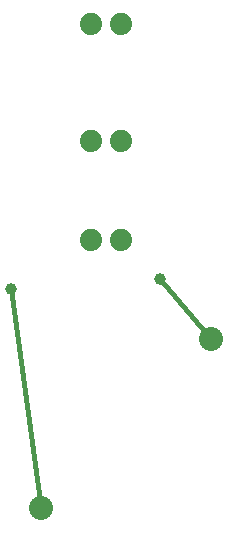
<source format=gtl>
G75*
G70*
%OFA0B0*%
%FSLAX24Y24*%
%IPPOS*%
%LPD*%
%AMOC8*
5,1,8,0,0,1.08239X$1,22.5*
%
%ADD10C,0.0800*%
%ADD11C,0.0740*%
%ADD12C,0.0160*%
%ADD13C,0.0396*%
D10*
X004826Y003989D03*
X010483Y009646D03*
D11*
X007483Y012946D03*
X006483Y012946D03*
X006483Y016246D03*
X007483Y016246D03*
X007483Y020146D03*
X006483Y020146D03*
D12*
X008783Y011646D02*
X010483Y009646D01*
X003826Y011289D02*
X004826Y003989D01*
D13*
X003826Y011289D03*
X008783Y011646D03*
M02*

</source>
